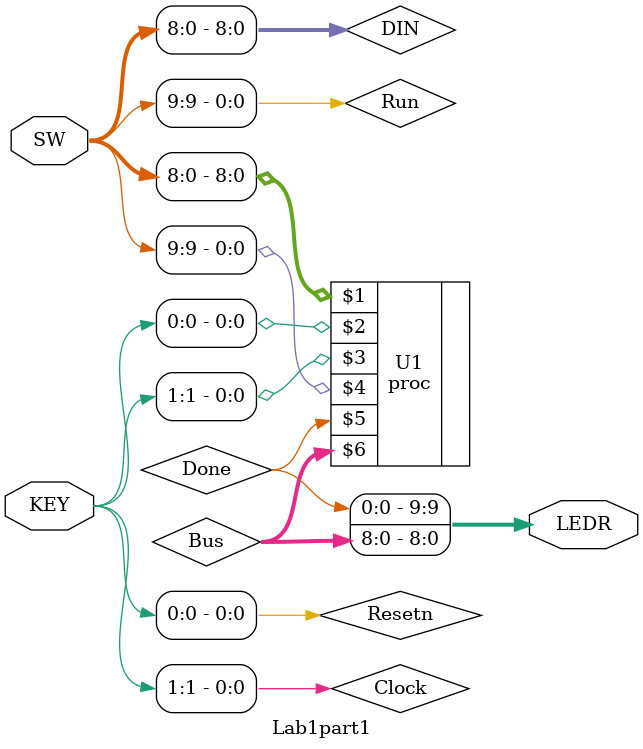
<source format=v>
module Lab1part1 (KEY, SW, LEDR);
	input [1:0] KEY;
	input [9:0] SW;
	output [9:0] LEDR;	

	wire Resetn, Clock, Run, Done;
	wire [8:0] DIN, Bus;

	assign Resetn = KEY[0];
	assign Clock = KEY[1];	
	assign DIN = SW[8:0];
	assign Run = SW[9];

	// module proc(DIN, Resetn, Clock, Run, Done, Bus);
	proc U1 (DIN, Resetn, Clock, Run, Done, Bus);

	assign LEDR[8:0] = Bus;
	assign LEDR[9] = Done;

endmodule


</source>
